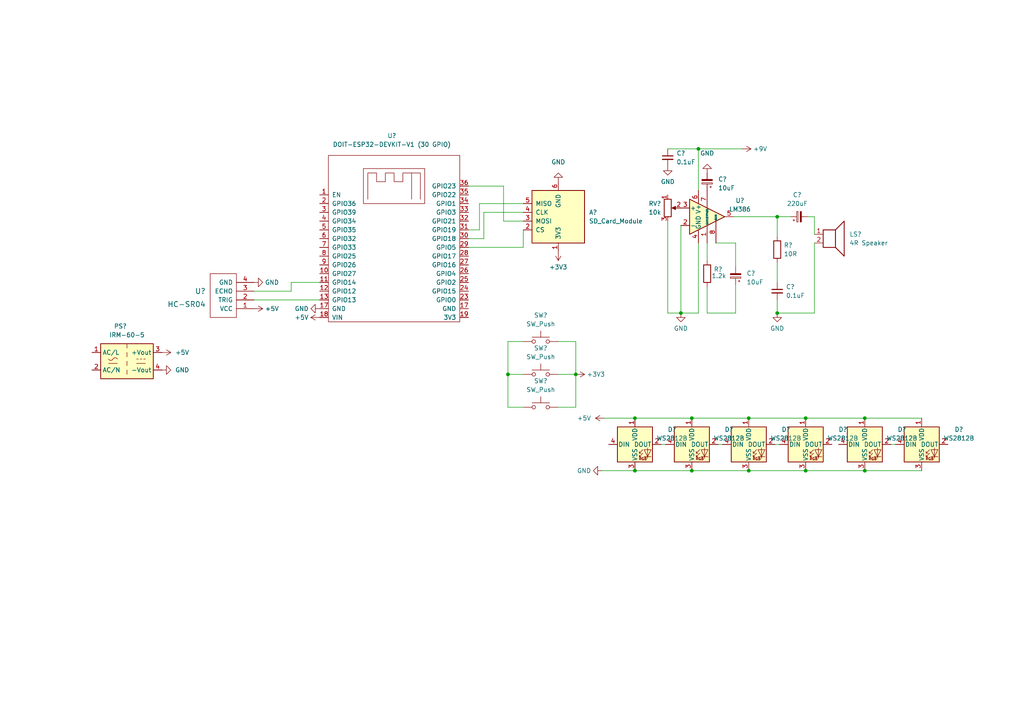
<source format=kicad_sch>
(kicad_sch (version 20211123) (generator eeschema)
  (paper "A4")
  (lib_symbols
    (symbol "Amplifier_Audio:LM386" (pin_names (offset 0.127))
      (property "Reference" "U" (at 1.27 7.62 0))
      (property "Value" "LM386" (at 1.27 5.08 0))
      (symbol "LM386_0_1"
        (polyline (pts (xy 5.08 0) (xy -5.08 5.08) (xy -5.08 -5.08) (xy 5.08 0)) (stroke (width 0.254)) (fill (type background)))
      )
      (symbol "LM386_1_1"
        (pin input line (at 0 -7.62 90) (length 5.08) (name "GAIN") (number "1"))
        (pin input line (at -7.62 -2.54 0) (length 2.54) (name "-") (number "2"))
        (pin input line (at -7.62 2.54 0) (length 2.54) (name "+") (number "3"))
        (pin power_in line (at -2.54 -7.62 90) (length 3.81) (name "GND") (number "4"))
        (pin output line (at 7.62 0 180) (length 2.54) (name "~") (number "5"))
        (pin power_in line (at -2.54 7.62 270) (length 3.81) (name "V+") (number "6"))
        (pin input line (at 0 7.62 270) (length 5.08) (name "BYPASS") (number "7"))
        (pin input line (at 2.54 -7.62 90) (length 6.35) (name "GAIN") (number "8"))
      )
    )
    (symbol "Charleslabs_Parts:SD_Card_Module" (pin_names (offset 1.016))
      (property "Reference" "A" (at -7.62 10.16 0))
      (property "Value" "SD_Card_Module" (at 10.16 10.16 0))
      (symbol "SD_Card_Module_0_1"
        (rectangle (start -7.62 7.62) (end 7.62 -7.62) (stroke (width 0.254)) (fill (type background)))
      )
      (symbol "SD_Card_Module_1_1"
        (pin power_in line (at 0 10.16 270) (length 2.54) (name "3V3") (number "1"))
        (pin input line (at -10.16 3.81 0) (length 2.54) (name "CS") (number "2"))
        (pin input line (at -10.16 1.27 0) (length 2.54) (name "MOSI") (number "3"))
        (pin input line (at -10.16 -1.27 0) (length 2.54) (name "CLK") (number "4"))
        (pin output line (at -10.16 -3.81 0) (length 2.54) (name "MISO") (number "5"))
        (pin power_in line (at 0 -10.16 90) (length 2.54) (name "GND") (number "6"))
      )
    )
    (symbol "Converter_ACDC:IRM-60-5"
      (property "Reference" "PS" (at 0 7.62 0))
      (property "Value" "IRM-60-5" (at 0 -7.62 0))
      (symbol "IRM-60-5_1_1"
        (rectangle (start -7.62 5.08) (end 7.62 -5.08) (stroke (width 0.254)) (fill (type background)))
        (arc (start -5.334 0.635) (mid -4.699 0.2495) (end -4.064 0.635))
        (arc (start -2.794 0.635) (mid -3.429 1.0072) (end -4.064 0.635))
        (polyline (pts (xy -5.334 -0.635) (xy -2.794 -0.635)))
        (polyline (pts (xy 0 -2.54) (xy 0 -3.81)))
        (polyline (pts (xy 0 0) (xy 0 -1.27)))
        (polyline (pts (xy 0 2.54) (xy 0 1.27)))
        (polyline (pts (xy 0 5.08) (xy 0 3.81)))
        (polyline (pts (xy 2.794 -0.635) (xy 5.334 -0.635)))
        (polyline (pts (xy 2.794 0.635) (xy 3.302 0.635)))
        (polyline (pts (xy 3.81 0.635) (xy 4.318 0.635)))
        (polyline (pts (xy 4.826 0.635) (xy 5.334 0.635)))
        (pin power_in line (at -10.16 2.54 0) (length 2.54) (name "AC/L") (number "1"))
        (pin power_in line (at -10.16 -2.54 0) (length 2.54) (name "AC/N") (number "2"))
        (pin power_out line (at 10.16 2.54 180) (length 2.54) (name "+Vout") (number "3"))
        (pin power_out line (at 10.16 -2.54 180) (length 2.54) (name "-Vout") (number "4"))
      )
    )
    (symbol "Device:C_Polarized_Small" (pin_numbers hide) (pin_names (offset 0.254) hide)
      (property "Reference" "C" (at 0.254 1.778 0))
      (property "Value" "C_Polarized_Small" (at 0.254 -2.032 0))
      (symbol "C_Polarized_Small_0_1"
        (rectangle (start -1.524 -0.3048) (end 1.524 -0.6858) (fill (type outline)))
        (rectangle (start -1.524 0.6858) (end 1.524 0.3048))
        (polyline (pts (xy -1.27 1.524) (xy -0.762 1.524)))
        (polyline (pts (xy -1.016 1.27) (xy -1.016 1.778)))
      )
      (symbol "C_Polarized_Small_1_1"
        (pin passive line (at 0 2.54 270) (length 1.8542) (name "~") (number "1"))
        (pin passive line (at 0 -2.54 90) (length 1.8542) (name "~") (number "2"))
      )
    )
    (symbol "Device:C_Small" (pin_numbers hide) (pin_names (offset 0.254) hide)
      (property "Reference" "C" (at 0.254 1.778 0))
      (property "Value" "C_Small" (at 0.254 -2.032 0))
      (symbol "C_Small_0_1"
        (polyline (pts (xy -1.524 -0.508) (xy 1.524 -0.508)) (stroke (width 0.3302)))
        (polyline (pts (xy -1.524 0.508) (xy 1.524 0.508)) (stroke (width 0.3048)))
      )
      (symbol "C_Small_1_1"
        (pin passive line (at 0 2.54 270) (length 2.032) (name "~") (number "1"))
        (pin passive line (at 0 -2.54 90) (length 2.032) (name "~") (number "2"))
      )
    )
    (symbol "Device:R" (pin_numbers hide) (pin_names (offset 0))
      (property "Reference" "R" (at 2.032 0 90))
      (property "Value" "R" (at 0 0 90))
      (symbol "R_0_1"
        (rectangle (start -1.016 -2.54) (end 1.016 2.54) (stroke (width 0.254)))
      )
      (symbol "R_1_1"
        (pin passive line (at 0 3.81 270) (length 1.27) (name "~") (number "1"))
        (pin passive line (at 0 -3.81 90) (length 1.27) (name "~") (number "2"))
      )
    )
    (symbol "Device:R_Potentiometer" (pin_names (offset 1.016) hide)
      (property "Reference" "RV" (at -4.445 0 90))
      (property "Value" "R_Potentiometer" (at -2.54 0 90))
      (symbol "R_Potentiometer_0_1"
        (polyline (pts (xy 2.54 0) (xy 1.524 0)))
        (polyline (pts (xy 1.143 0) (xy 2.286 0.508) (xy 2.286 -0.508) (xy 1.143 0)) (fill (type outline)))
        (rectangle (start 1.016 2.54) (end -1.016 -2.54) (stroke (width 0.254)))
      )
      (symbol "R_Potentiometer_1_1"
        (pin passive line (at 0 3.81 270) (length 1.27) (name "1") (number "1"))
        (pin passive line (at 3.81 0 180) (length 1.27) (name "2") (number "2"))
        (pin passive line (at 0 -3.81 90) (length 1.27) (name "3") (number "3"))
      )
    )
    (symbol "Device:Speaker" (pin_names (offset 0) hide)
      (property "Reference" "LS" (at 1.27 5.715 0))
      (property "Value" "Speaker" (at 1.27 3.81 0))
      (symbol "Speaker_0_0"
        (rectangle (start -2.54 1.27) (end 1.016 -3.81) (stroke (width 0.254)))
        (polyline (pts (xy 1.016 1.27) (xy 3.556 3.81) (xy 3.556 -6.35) (xy 1.016 -3.81)) (stroke (width 0.254)))
      )
      (symbol "Speaker_1_1"
        (pin input line (at -5.08 0 0) (length 2.54) (name "1") (number "1"))
        (pin input line (at -5.08 -2.54 0) (length 2.54) (name "2") (number "2"))
      )
    )
    (symbol "LED:WS2812B" (pin_names (offset 0.254))
      (property "Reference" "D" (at 5.08 5.715 0))
      (property "Value" "WS2812B" (at 1.27 -5.715 0))
      (symbol "WS2812B_0_0"
        (text "RGB" (at 2.286 -4.191 0) (effects (font (size 0.762 0.762))))
      )
      (symbol "WS2812B_0_1"
        (polyline (pts (xy 1.27 -3.556) (xy 1.778 -3.556)))
        (polyline (pts (xy 1.27 -2.54) (xy 1.778 -2.54)))
        (polyline (pts (xy 4.699 -3.556) (xy 2.667 -3.556)))
        (polyline (pts (xy 2.286 -2.54) (xy 1.27 -3.556) (xy 1.27 -3.048)))
        (polyline (pts (xy 2.286 -1.524) (xy 1.27 -2.54) (xy 1.27 -2.032)))
        (polyline (pts (xy 3.683 -1.016) (xy 3.683 -3.556) (xy 3.683 -4.064)))
        (polyline (pts (xy 4.699 -1.524) (xy 2.667 -1.524) (xy 3.683 -3.556) (xy 4.699 -1.524)))
        (rectangle (start 5.08 5.08) (end -5.08 -5.08) (stroke (width 0.254)) (fill (type background)))
      )
      (symbol "WS2812B_1_1"
        (pin power_in line (at 0 7.62 270) (length 2.54) (name "VDD") (number "1"))
        (pin output line (at 7.62 0 180) (length 2.54) (name "DOUT") (number "2"))
        (pin power_in line (at 0 -7.62 90) (length 2.54) (name "VSS") (number "3"))
        (pin input line (at -7.62 0 0) (length 2.54) (name "DIN") (number "4"))
      )
    )
    (symbol "Switch:SW_Push" (pin_numbers hide) (pin_names (offset 1.016) hide)
      (property "Reference" "SW" (at 1.27 2.54 0))
      (property "Value" "SW_Push" (at 0 -1.524 0))
      (symbol "SW_Push_0_1"
        (circle (center -2.032 0) (radius 0.508))
        (polyline (pts (xy 0 1.27) (xy 0 3.048)))
        (polyline (pts (xy 2.54 1.27) (xy -2.54 1.27)))
        (circle (center 2.032 0) (radius 0.508))
        (pin passive line (at -5.08 0 0) (length 2.54) (name "1") (number "1"))
        (pin passive line (at 5.08 0 180) (length 2.54) (name "2") (number "2"))
      )
    )
    (symbol "doit-esp32-devkit-v1:DOIT-ESP32-DEVKIT-V1" (pin_names (offset 1.016))
      (property "Reference" "U?" (at -0.635 15.875 0))
      (property "Value" "DOIT-ESP32-DEVKIT-V1" (at -0.635 13.335 0))
      (symbol "DOIT-ESP32-DEVKIT-V1_0_1"
        (rectangle (start -19.05 10.16) (end 19.05 -38.1))
        (polyline (pts (xy -8.89 6.35) (xy 8.89 6.35) (xy 8.89 -3.81) (xy -8.89 -3.81) (xy -8.89 6.35)))
        (polyline (pts (xy -7.62 -2.54) (xy -7.62 5.08) (xy -5.08 5.08) (xy -5.08 2.54) (xy -2.54 2.54) (xy -2.54 5.08) (xy 0 5.08) (xy 0 2.54) (xy 2.54 2.54) (xy 2.54 5.08) (xy 5.08 5.08) (xy 5.08 -2.54) (xy 5.08 5.08) (xy 7.62 5.08) (xy 7.62 -2.54)))
      )
      (symbol "DOIT-ESP32-DEVKIT-V1_1_1"
        (pin output line (at -21.59 -1.27 0) (length 2.54) (name "EN") (number "1"))
        (pin bidirectional line (at -21.59 -24.13 0) (length 2.54) (name "GPIO27") (number "10"))
        (pin bidirectional line (at -21.59 -26.67 0) (length 2.54) (name "GPIO14") (number "11"))
        (pin bidirectional line (at -21.59 -29.21 0) (length 2.54) (name "GPIO12") (number "12"))
        (pin bidirectional line (at -21.59 -31.75 0) (length 2.54) (name "GPIO13") (number "13"))
        (pin bidirectional line (at -21.59 -34.29 0) (length 2.54) (name "GND") (number "17"))
        (pin bidirectional line (at 21.59 -34.29 180) (length 2.54) (name "GND") (number "17"))
        (pin bidirectional line (at -21.59 -36.83 0) (length 2.54) (name "VIN") (number "18"))
        (pin output line (at 21.59 -36.83 180) (length 2.54) (name "3V3") (number "19"))
        (pin bidirectional line (at -21.59 -3.81 0) (length 2.54) (name "GPIO36") (number "2"))
        (pin bidirectional line (at 21.59 -31.75 180) (length 2.54) (name "GPIO0") (number "23"))
        (pin bidirectional line (at 21.59 -29.21 180) (length 2.54) (name "GPIO15") (number "24"))
        (pin bidirectional line (at 21.59 -26.67 180) (length 2.54) (name "GPIO2") (number "25"))
        (pin bidirectional line (at 21.59 -24.13 180) (length 2.54) (name "GPIO4") (number "26"))
        (pin bidirectional line (at 21.59 -21.59 180) (length 2.54) (name "GPIO16") (number "27"))
        (pin bidirectional line (at 21.59 -19.05 180) (length 2.54) (name "GPIO17") (number "28"))
        (pin bidirectional line (at 21.59 -16.51 180) (length 2.54) (name "GPIO5") (number "29"))
        (pin bidirectional line (at -21.59 -6.35 0) (length 2.54) (name "GPIO39") (number "3"))
        (pin bidirectional line (at 21.59 -13.97 180) (length 2.54) (name "GPIO18") (number "30"))
        (pin bidirectional line (at 21.59 -11.43 180) (length 2.54) (name "GPIO19") (number "31"))
        (pin bidirectional line (at 21.59 -8.89 180) (length 2.54) (name "GPIO21") (number "32"))
        (pin bidirectional line (at 21.59 -6.35 180) (length 2.54) (name "GPIO3") (number "33"))
        (pin bidirectional line (at 21.59 -3.81 180) (length 2.54) (name "GPIO1") (number "34"))
        (pin bidirectional line (at 21.59 -1.27 180) (length 2.54) (name "GPIO22") (number "35"))
        (pin bidirectional line (at 21.59 1.27 180) (length 2.54) (name "GPIO23") (number "36"))
        (pin bidirectional line (at -21.59 -8.89 0) (length 2.54) (name "GPIO34") (number "4"))
        (pin bidirectional line (at -21.59 -11.43 0) (length 2.54) (name "GPIO35") (number "5"))
        (pin bidirectional line (at -21.59 -13.97 0) (length 2.54) (name "GPIO32") (number "6"))
        (pin bidirectional line (at -21.59 -16.51 0) (length 2.54) (name "GPIO33") (number "7"))
        (pin bidirectional line (at -21.59 -19.05 0) (length 2.54) (name "GPIO25") (number "8"))
        (pin bidirectional line (at -21.59 -21.59 0) (length 2.54) (name "GPIO26") (number "9"))
      )
    )
    (symbol "hc-sr04:HC-SR04" (pin_names (offset 1.016))
      (property "Reference" "U" (at -6.35 -7.62 0))
      (property "Value" "HC-SR04" (at -2.54 7.62 0))
      (symbol "HC-SR04_0_1"
        (rectangle (start 0 6.35) (end -7.62 -6.35))
      )
      (symbol "HC-SR04_1_1"
        (pin input line (at 5.08 3.81 180) (length 5.08) (name "VCC") (number "1"))
        (pin input line (at 5.08 1.27 180) (length 5.08) (name "TRIG") (number "2"))
        (pin input line (at 5.08 -1.27 180) (length 5.08) (name "ECHO") (number "3"))
        (pin input line (at 5.08 -3.81 180) (length 5.08) (name "GND") (number "4"))
      )
    )
    (symbol "power:+3.3V" (power) (pin_names (offset 0))
      (property "Value" "+3.3V" (at 0 3.556 0))
      (symbol "+3.3V_0_1"
        (polyline (pts (xy -0.762 1.27) (xy 0 2.54)))
        (polyline (pts (xy 0 0) (xy 0 2.54)))
        (polyline (pts (xy 0 2.54) (xy 0.762 1.27)))
      )
      (symbol "+3.3V_1_1"
        (pin power_in line (at 0 0 90) (length 0) hide (name "+3V3") (number "1"))
      )
    )
    (symbol "power:+3V3" (power) (pin_names (offset 0))
      (property "Value" "+3V3" (at 0 3.556 0))
      (symbol "+3V3_0_1"
        (polyline (pts (xy -0.762 1.27) (xy 0 2.54)))
        (polyline (pts (xy 0 0) (xy 0 2.54)))
        (polyline (pts (xy 0 2.54) (xy 0.762 1.27)))
      )
      (symbol "+3V3_1_1"
        (pin power_in line (at 0 0 90) (length 0) hide (name "+3V3") (number "1"))
      )
    )
    (symbol "power:+5V" (power) (pin_names (offset 0))
      (property "Value" "+5V" (at 0 3.556 0))
      (symbol "+5V_0_1"
        (polyline (pts (xy -0.762 1.27) (xy 0 2.54)))
        (polyline (pts (xy 0 0) (xy 0 2.54)))
        (polyline (pts (xy 0 2.54) (xy 0.762 1.27)))
      )
      (symbol "+5V_1_1"
        (pin power_in line (at 0 0 90) (length 0) hide (name "+5V") (number "1"))
      )
    )
    (symbol "power:+9V" (power) (pin_names (offset 0))
      (property "Value" "+9V" (at 0 3.556 0))
      (symbol "+9V_0_1"
        (polyline (pts (xy -0.762 1.27) (xy 0 2.54)))
        (polyline (pts (xy 0 0) (xy 0 2.54)))
        (polyline (pts (xy 0 2.54) (xy 0.762 1.27)))
      )
      (symbol "+9V_1_1"
        (pin power_in line (at 0 0 90) (length 0) hide (name "+9V") (number "1"))
      )
    )
    (symbol "power:GND" (power) (pin_names (offset 0))
      (property "Value" "GND" (at 0 -3.81 0))
      (symbol "GND_0_1"
        (polyline (pts (xy 0 0) (xy 0 -1.27) (xy 1.27 -1.27) (xy 0 -2.54) (xy -1.27 -1.27) (xy 0 -1.27)))
      )
      (symbol "GND_1_1"
        (pin power_in line (at 0 0 270) (length 0) hide (name "GND") (number "1"))
      )
    )
  )
  (junction (at 250.825 121.285))
  (junction (at 225.425 62.865))
  (junction (at 167.005 108.585))
  (junction (at 225.425 90.805))
  (junction (at 147.32 108.585))
  (junction (at 217.17 136.525))
  (junction (at 184.15 136.525))
  (junction (at 184.15 121.285))
  (junction (at 200.66 136.525))
  (junction (at 233.68 121.285))
  (junction (at 233.68 136.525))
  (junction (at 217.17 121.285))
  (junction (at 197.485 90.805))
  (junction (at 202.565 43.18))
  (junction (at 250.825 136.525))
  (junction (at 200.66 121.285))
  (wire (pts (xy 184.15 136.525) (xy 200.66 136.525)))
  (wire (pts (xy 217.17 136.525) (xy 233.68 136.525)))
  (wire (pts (xy 225.425 90.805) (xy 236.22 90.805)))
  (wire (pts (xy 233.68 136.525) (xy 250.825 136.525)))
  (wire (pts (xy 234.315 62.865) (xy 236.22 62.865)))
  (wire (pts (xy 167.005 99.06) (xy 167.005 108.585)))
  (wire (pts (xy 233.68 121.285) (xy 250.825 121.285)))
  (wire (pts (xy 229.235 62.865) (xy 225.425 62.865)))
  (wire (pts (xy 184.15 121.285) (xy 200.66 121.285)))
  (wire (pts (xy 225.425 76.2) (xy 225.425 81.915)))
  (wire (pts (xy 213.36 70.485) (xy 207.645 70.485)))
  (wire (pts (xy 147.32 108.585) (xy 147.32 118.11)))
  (wire (pts (xy 202.565 55.245) (xy 202.565 43.18)))
  (wire (pts (xy 84.455 84.455) (xy 84.455 81.915)))
  (wire (pts (xy 161.925 99.06) (xy 167.005 99.06)))
  (wire (pts (xy 236.22 62.865) (xy 236.22 67.945)))
  (wire (pts (xy 139.065 59.055) (xy 151.765 59.055)))
  (wire (pts (xy 193.675 90.805) (xy 197.485 90.805)))
  (wire (pts (xy 197.485 90.805) (xy 202.565 90.805)))
  (wire (pts (xy 139.065 66.675) (xy 135.89 66.675)))
  (wire (pts (xy 258.445 128.905) (xy 259.715 128.905)))
  (wire (pts (xy 213.36 82.55) (xy 213.36 90.805)))
  (wire (pts (xy 73.66 86.995) (xy 92.71 86.995)))
  (wire (pts (xy 135.89 71.755) (xy 151.765 71.755)))
  (wire (pts (xy 167.005 118.11) (xy 161.925 118.11)))
  (wire (pts (xy 200.66 136.525) (xy 217.17 136.525)))
  (wire (pts (xy 205.105 75.565) (xy 205.105 70.485)))
  (wire (pts (xy 200.66 121.285) (xy 217.17 121.285)))
  (wire (pts (xy 175.26 121.285) (xy 184.15 121.285)))
  (wire (pts (xy 139.065 59.055) (xy 139.065 66.675)))
  (wire (pts (xy 202.565 43.18) (xy 215.265 43.18)))
  (wire (pts (xy 151.765 108.585) (xy 147.32 108.585)))
  (wire (pts (xy 151.765 99.06) (xy 147.32 99.06)))
  (wire (pts (xy 147.32 99.06) (xy 147.32 108.585)))
  (wire (pts (xy 213.36 77.47) (xy 213.36 70.485)))
  (wire (pts (xy 73.66 84.455) (xy 84.455 84.455)))
  (wire (pts (xy 167.005 108.585) (xy 167.005 118.11)))
  (wire (pts (xy 217.17 121.285) (xy 233.68 121.285)))
  (wire (pts (xy 250.825 136.525) (xy 267.335 136.525)))
  (wire (pts (xy 191.77 128.905) (xy 193.04 128.905)))
  (wire (pts (xy 202.565 70.485) (xy 202.565 90.805)))
  (wire (pts (xy 225.425 68.58) (xy 225.425 62.865)))
  (wire (pts (xy 250.825 121.285) (xy 267.335 121.285)))
  (wire (pts (xy 212.725 62.865) (xy 225.425 62.865)))
  (wire (pts (xy 205.105 90.805) (xy 213.36 90.805)))
  (wire (pts (xy 147.32 118.11) (xy 151.765 118.11)))
  (wire (pts (xy 236.22 70.485) (xy 236.22 90.805)))
  (wire (pts (xy 208.28 128.905) (xy 209.55 128.905)))
  (wire (pts (xy 146.05 53.975) (xy 135.89 53.975)))
  (wire (pts (xy 140.335 69.215) (xy 140.335 61.595)))
  (wire (pts (xy 197.485 65.405) (xy 197.485 90.805)))
  (wire (pts (xy 161.925 108.585) (xy 167.005 108.585)))
  (wire (pts (xy 193.675 43.18) (xy 202.565 43.18)))
  (wire (pts (xy 140.335 61.595) (xy 151.765 61.595)))
  (wire (pts (xy 84.455 81.915) (xy 92.71 81.915)))
  (wire (pts (xy 135.89 69.215) (xy 140.335 69.215)))
  (wire (pts (xy 205.105 83.185) (xy 205.105 90.805)))
  (wire (pts (xy 193.675 64.135) (xy 193.675 90.805)))
  (wire (pts (xy 151.765 71.755) (xy 151.765 66.675)))
  (wire (pts (xy 151.765 64.135) (xy 146.05 64.135)))
  (wire (pts (xy 225.425 86.995) (xy 225.425 90.805)))
  (wire (pts (xy 174.625 136.525) (xy 184.15 136.525)))
  (wire (pts (xy 224.79 128.905) (xy 226.06 128.905)))
  (wire (pts (xy 146.05 64.135) (xy 146.05 53.975)))
  (symbol (lib_id "power:GND") (at 161.925 52.705 0) (mirror x) (unit 1)
    (property "Reference" "#PWR?" (effects hide))
    (property "Value" "GND" (at 161.925 46.99 0))
  )
  (symbol (lib_id "LED:WS2812B") (at 217.17 128.905 0) (unit 1)
    (property "Reference" "D?" (at 227.965 124.5743 0))
    (property "Value" "WS2812B" (at 227.965 127.1143 0))
    (property "Footprint" "LED_SMD:LED_WS2812B_PLCC4_5.0x5.0mm_P3.2mm" (effects hide))
    (property "Datasheet" "https://cdn-shop.adafruit.com/datasheets/WS2812B.pdf" (effects hide))
  )
  (symbol (lib_id "Device:R") (at 225.425 72.39 0) (unit 1)
    (property "Reference" "R?" (at 227.33 71.1199 0) (effects (justify left)))
    (property "Value" "10R" (at 227.33 73.6599 0) (effects (justify left)))
  )
  (symbol (lib_id "power:GND") (at 46.99 107.315 90) (unit 1)
    (property "Reference" "#PWR?" (effects hide))
    (property "Value" "GND" (at 50.8 107.3149 90) (effects (justify right)))
  )
  (symbol (lib_id "Device:C_Polarized_Small") (at 231.775 62.865 90) (unit 1)
    (property "Reference" "C?" (at 231.2289 56.515 90))
    (property "Value" "220uF" (at 231.2289 59.055 90))
  )
  (symbol (lib_id "LED:WS2812B") (at 184.15 128.905 0) (unit 1)
    (property "Reference" "D?" (at 194.945 124.5743 0))
    (property "Value" "WS2812B" (at 194.945 127.1143 0))
    (property "Footprint" "LED_SMD:LED_WS2812B_PLCC4_5.0x5.0mm_P3.2mm" (effects hide))
    (property "Datasheet" "https://cdn-shop.adafruit.com/datasheets/WS2812B.pdf" (effects hide))
  )
  (symbol (lib_id "Switch:SW_Push") (at 156.845 99.06 0) (unit 1)
    (property "Reference" "SW?" (at 156.845 91.44 0))
    (property "Value" "SW_Push" (at 156.845 93.98 0))
  )
  (symbol (lib_id "power:GND") (at 193.675 48.26 0) (unit 1)
    (property "Reference" "#PWR?" (effects hide))
    (property "Value" "GND" (at 193.675 52.705 0))
  )
  (symbol (lib_id "Charleslabs_Parts:SD_Card_Module") (at 161.925 62.865 0) (mirror x) (unit 1)
    (property "Reference" "A?" (at 170.815 61.5949 0) (effects (justify left)))
    (property "Value" "SD_Card_Module" (at 170.815 64.1349 0) (effects (justify left)))
    (property "Footprint" "Charleslabs_Parts:SD_Card_Module" (effects hide))
  )
  (symbol (lib_id "hc-sr04:HC-SR04") (at 68.58 85.725 0) (mirror x) (unit 1)
    (property "Reference" "U?" (at 59.69 84.455 0) (effects (font (size 1.524 1.524)) (justify right)))
    (property "Value" "HC-SR04" (at 59.69 88.265 0) (effects (font (size 1.524 1.524)) (justify right)))
  )
  (symbol (lib_id "Device:C_Polarized_Small") (at 205.105 52.705 180) (unit 1)
    (property "Reference" "C?" (at 208.28 51.981 0) (effects (justify right)))
    (property "Value" "10uF" (at 208.28 54.521 0) (effects (justify right)))
  )
  (symbol (lib_id "power:+3.3V") (at 167.005 108.585 270) (unit 1)
    (property "Reference" "#PWR?" (effects hide))
    (property "Value" "+3.3V" (at 170.18 108.5849 90) (effects (justify left)))
  )
  (symbol (lib_id "Converter_ACDC:IRM-60-5") (at 36.83 104.775 0) (unit 1)
    (property "Reference" "PS?" (at 34.925 94.615 0))
    (property "Value" "IRM-60-5" (at 36.83 97.155 0))
    (property "Footprint" "Converter_ACDC:Converter_ACDC_MeanWell_IRM-60-xx_THT" (effects hide))
    (property "Datasheet" "http://www.meanwellusa.com/productPdf.aspx?i=687" (effects hide))
  )
  (symbol (lib_id "power:GND") (at 174.625 136.525 270) (unit 1)
    (property "Reference" "#PWR?" (effects hide))
    (property "Value" "GND" (at 171.45 136.5249 90) (effects (justify right)))
  )
  (symbol (lib_id "power:+3V3") (at 161.925 73.025 0) (mirror x) (unit 1)
    (property "Reference" "#PWR?" (effects hide))
    (property "Value" "+3V3" (at 161.925 77.47 0))
  )
  (symbol (lib_id "Amplifier_Audio:LM386") (at 205.105 62.865 0) (unit 1)
    (property "Reference" "U?" (at 214.63 58.166 0))
    (property "Value" "LM386" (at 214.63 60.706 0))
    (property "Datasheet" "http://www.ti.com/lit/ds/symlink/lm386.pdf" (effects hide))
  )
  (symbol (lib_id "doit-esp32-devkit-v1:DOIT-ESP32-DEVKIT-V1") (at 114.3 55.245 0) (unit 1)
    (property "Reference" "U?" (at 113.665 39.37 0))
    (property "Value" "DOIT-ESP32-DEVKIT-V1 (30 GPIO)" (at 113.665 41.91 0))
  )
  (symbol (lib_id "power:GND") (at 197.485 90.805 0) (unit 1)
    (property "Reference" "#PWR?" (effects hide))
    (property "Value" "GND" (at 197.485 95.25 0))
  )
  (symbol (lib_id "power:+5V") (at 73.66 89.535 270) (mirror x) (unit 1)
    (property "Reference" "#PWR?" (effects hide))
    (property "Value" "+5V" (at 76.835 89.5351 90) (effects (justify left)))
  )
  (symbol (lib_id "power:+5V") (at 92.71 92.075 90) (unit 1)
    (property "Reference" "#PWR?" (effects hide))
    (property "Value" "+5V" (at 89.535 92.0749 90) (effects (justify left)))
  )
  (symbol (lib_id "power:+5V") (at 46.99 102.235 270) (unit 1)
    (property "Reference" "#PWR?" (effects hide))
    (property "Value" "+5V" (at 50.8 102.2349 90) (effects (justify left)))
  )
  (symbol (lib_id "power:GND") (at 205.105 50.165 180) (unit 1)
    (property "Reference" "#PWR?" (effects hide))
    (property "Value" "GND" (at 205.105 44.45 0))
  )
  (symbol (lib_id "Device:R_Potentiometer") (at 193.675 60.325 0) (unit 1)
    (property "Reference" "RV?" (at 191.77 59.0549 0) (effects (justify right)))
    (property "Value" "10k" (at 191.77 61.5949 0) (effects (justify right)))
  )
  (symbol (lib_id "Switch:SW_Push") (at 156.845 118.11 0) (unit 1)
    (property "Reference" "SW?" (at 156.845 110.49 0))
    (property "Value" "SW_Push" (at 156.845 113.03 0))
  )
  (symbol (lib_id "power:GND") (at 92.71 89.535 270) (unit 1)
    (property "Reference" "#PWR?" (effects hide))
    (property "Value" "GND" (at 89.535 89.5349 90) (effects (justify right)))
  )
  (symbol (lib_id "Device:C_Polarized_Small") (at 213.36 80.01 180) (unit 1)
    (property "Reference" "C?" (at 216.535 79.286 0) (effects (justify right)))
    (property "Value" "10uF" (at 216.535 81.826 0) (effects (justify right)))
  )
  (symbol (lib_id "Device:Speaker") (at 241.3 67.945 0) (unit 1)
    (property "Reference" "LS?" (at 246.38 67.9449 0) (effects (justify left)))
    (property "Value" "4R Speaker" (at 246.38 70.4849 0) (effects (justify left)))
  )
  (symbol (lib_id "power:GND") (at 225.425 90.805 0) (unit 1)
    (property "Reference" "#PWR?" (effects hide))
    (property "Value" "GND" (at 225.425 95.25 0))
  )
  (symbol (lib_id "power:+9V") (at 215.265 43.18 270) (unit 1)
    (property "Reference" "#PWR?" (effects hide))
    (property "Value" "+9V" (at 218.44 43.1799 90) (effects (justify left)))
  )
  (symbol (lib_id "Device:C_Small") (at 193.675 45.72 0) (unit 1)
    (property "Reference" "C?" (at 196.215 44.4562 0) (effects (justify left)))
    (property "Value" "0.1uF" (at 196.215 46.9962 0) (effects (justify left)))
  )
  (symbol (lib_id "LED:WS2812B") (at 200.66 128.905 0) (unit 1)
    (property "Reference" "D?" (at 211.455 124.5743 0))
    (property "Value" "WS2812B" (at 211.455 127.1143 0))
    (property "Footprint" "LED_SMD:LED_WS2812B_PLCC4_5.0x5.0mm_P3.2mm" (effects hide))
    (property "Datasheet" "https://cdn-shop.adafruit.com/datasheets/WS2812B.pdf" (effects hide))
  )
  (symbol (lib_id "Device:C_Small") (at 225.425 84.455 0) (unit 1)
    (property "Reference" "C?" (at 227.965 83.1912 0) (effects (justify left)))
    (property "Value" "0.1uF" (at 227.965 85.7312 0) (effects (justify left)))
  )
  (symbol (lib_id "LED:WS2812B") (at 233.68 128.905 0) (unit 1)
    (property "Reference" "D?" (at 244.475 124.5743 0))
    (property "Value" "WS2812B" (at 244.475 127.1143 0))
    (property "Footprint" "LED_SMD:LED_WS2812B_PLCC4_5.0x5.0mm_P3.2mm" (effects hide))
    (property "Datasheet" "https://cdn-shop.adafruit.com/datasheets/WS2812B.pdf" (effects hide))
  )
  (symbol (lib_id "LED:WS2812B") (at 250.825 128.905 0) (unit 1)
    (property "Reference" "D?" (at 261.62 124.5743 0))
    (property "Value" "WS2812B" (at 261.62 127.1143 0))
    (property "Footprint" "LED_SMD:LED_WS2812B_PLCC4_5.0x5.0mm_P3.2mm" (effects hide))
    (property "Datasheet" "https://cdn-shop.adafruit.com/datasheets/WS2812B.pdf" (effects hide))
  )
  (symbol (lib_id "LED:WS2812B") (at 267.335 128.905 0) (unit 1)
    (property "Reference" "D?" (at 278.13 124.5743 0))
    (property "Value" "WS2812B" (at 278.13 127.1143 0))
    (property "Footprint" "LED_SMD:LED_WS2812B_PLCC4_5.0x5.0mm_P3.2mm" (effects hide))
    (property "Datasheet" "https://cdn-shop.adafruit.com/datasheets/WS2812B.pdf" (effects hide))
  )
  (symbol (lib_id "power:+5V") (at 175.26 121.285 90) (unit 1)
    (property "Reference" "#PWR?" (effects hide))
    (property "Value" "+5V" (at 171.45 121.2849 90) (effects (justify left)))
  )
  (symbol (lib_id "power:GND") (at 73.66 81.915 90) (unit 1)
    (property "Reference" "#PWR?" (effects hide))
    (property "Value" "GND" (at 76.835 81.9149 90) (effects (justify right)))
  )
  (symbol (lib_id "Device:R") (at 205.105 79.375 0) (unit 1)
    (property "Reference" "R?" (at 207.01 78.105 0) (effects (justify left)))
    (property "Value" "1.2k" (at 206.375 80.01 0) (effects (justify left)))
  )
  (symbol (lib_id "Switch:SW_Push") (at 156.845 108.585 0) (unit 1)
    (property "Reference" "SW?" (at 156.845 100.965 0))
    (property "Value" "SW_Push" (at 156.845 103.505 0))
  )
)
</source>
